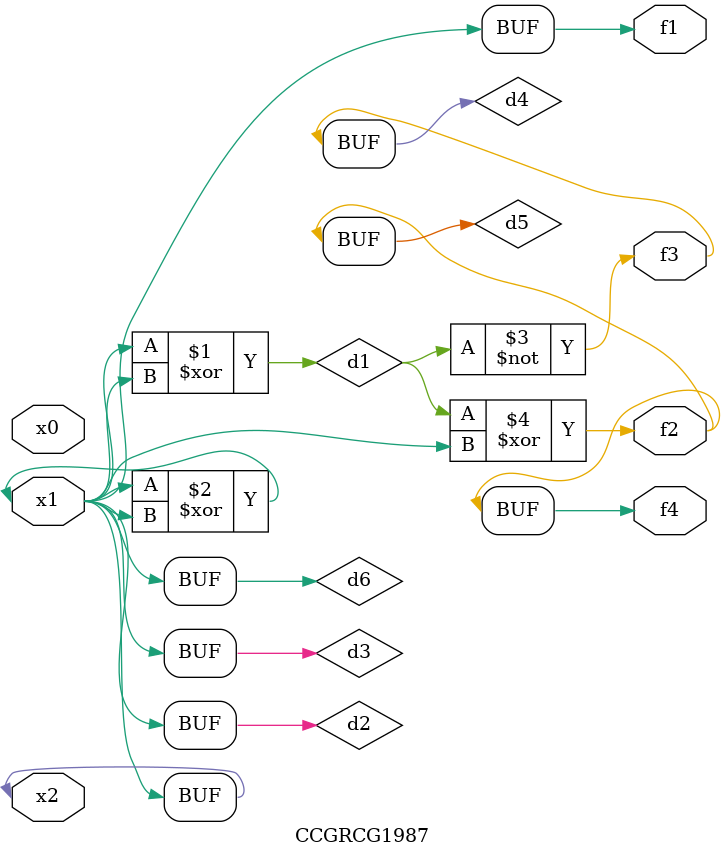
<source format=v>
module CCGRCG1987(
	input x0, x1, x2,
	output f1, f2, f3, f4
);

	wire d1, d2, d3, d4, d5, d6;

	xor (d1, x1, x2);
	buf (d2, x1, x2);
	xor (d3, x1, x2);
	nor (d4, d1);
	xor (d5, d1, d2);
	buf (d6, d2, d3);
	assign f1 = d6;
	assign f2 = d5;
	assign f3 = d4;
	assign f4 = d5;
endmodule

</source>
